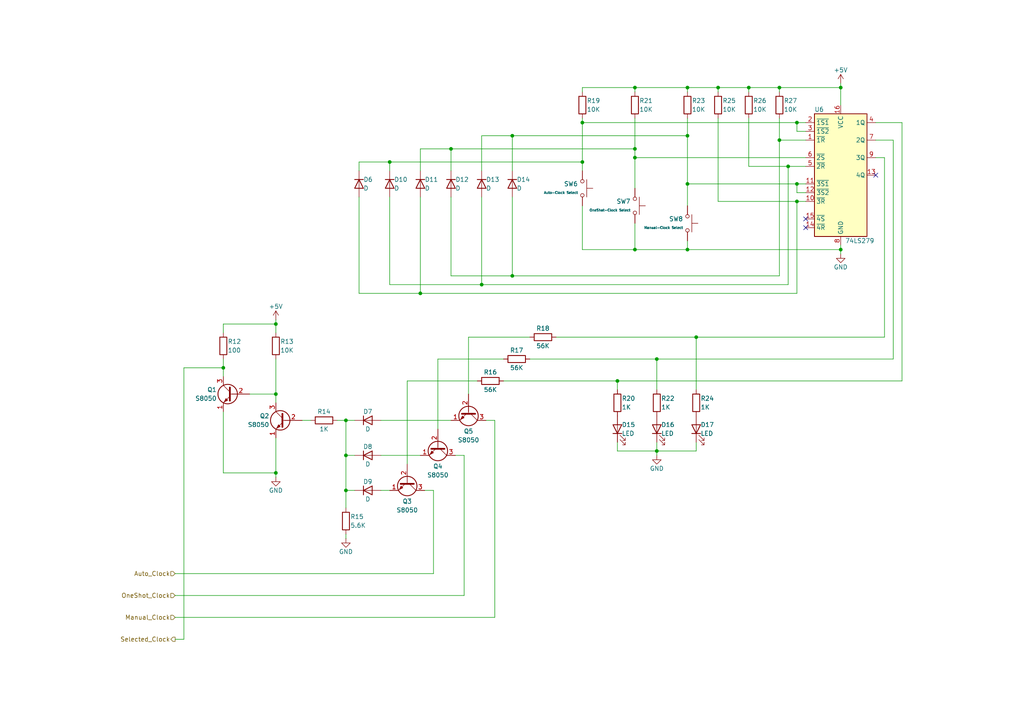
<source format=kicad_sch>
(kicad_sch (version 20231120) (generator "eeschema") (generator_version "8.0")
  (paper "A4")
  (title_block (title "8-Bit Computer - Clock Selector") (date "2024-03-10") (rev "1") (comment 1 "Creator: Matan Brightbert"))
  (lib_symbols
    (symbol "Custom:74LS279"
      (property "Reference" "U" (at -7.62 19.05 0))
      (property "Value" "74LS279" (at 1.27 -19.05 0))
      (symbol "74LS279_0_1"
        (rectangle (start -7.62 17.78) (end 7.62 -17.78) (stroke (width 0.254)) (fill (type background)))
      )
      (symbol "74LS279_1_1"
        (pin input line (at -10.16 10.16 0) (length 2.54) (name "~{1R}") (number "1"))
        (pin input line (at -10.16 -7.62 0) (length 2.54) (name "~{3R}") (number "10"))
        (pin input line (at -10.16 -2.54 0) (length 2.54) (name "~{3S1}") (number "11"))
        (pin input line (at -10.16 -5.08 0) (length 2.54) (name "~{3S2}") (number "12"))
        (pin output line (at 10.16 0 180) (length 2.54) (name "4Q") (number "13"))
        (pin input line (at -10.16 -15.24 0) (length 2.54) (name "~{4R}") (number "14"))
        (pin input line (at -10.16 -12.7 0) (length 2.54) (name "~{4S}") (number "15"))
        (pin power_in line (at 0 20.32 270) (length 2.54) (name "VCC") (number "16"))
        (pin input line (at -10.16 15.24 0) (length 2.54) (name "~{1S1}") (number "2"))
        (pin input line (at -10.16 12.7 0) (length 2.54) (name "~{1S2}") (number "3"))
        (pin output line (at 10.16 15.24 180) (length 2.54) (name "1Q") (number "4"))
        (pin input line (at -10.16 2.54 0) (length 2.54) (name "~{2R}") (number "5"))
        (pin input line (at -10.16 5.08 0) (length 2.54) (name "~{2S}") (number "6"))
        (pin output line (at 10.16 10.16 180) (length 2.54) (name "2Q") (number "7"))
        (pin power_in line (at 0 -20.32 90) (length 2.54) (name "GND") (number "8"))
        (pin output line (at 10.16 5.08 180) (length 2.54) (name "3Q") (number "9"))
      )
    )
    (symbol "Device:D" (pin_numbers hide) (pin_names (offset 1.016) hide)
      (property "Reference" "D" (at 0 2.54 0))
      (property "Value" "D" (at 0 -2.54 0))
      (symbol "D_0_1"
        (polyline (pts (xy -1.27 1.27) (xy -1.27 -1.27)) (stroke (width 0.254)))
        (polyline (pts (xy 1.27 0) (xy -1.27 0)))
        (polyline (pts (xy 1.27 1.27) (xy 1.27 -1.27) (xy -1.27 0) (xy 1.27 1.27)) (stroke (width 0.254)))
      )
      (symbol "D_1_1"
        (pin passive line (at -3.81 0 0) (length 2.54) (name "K") (number "1"))
        (pin passive line (at 3.81 0 180) (length 2.54) (name "A") (number "2"))
      )
    )
    (symbol "Device:LED" (pin_numbers hide) (pin_names (offset 1.016) hide)
      (property "Reference" "D" (at 0 2.54 0))
      (property "Value" "LED" (at 0 -2.54 0))
      (symbol "LED_0_1"
        (polyline (pts (xy -1.27 -1.27) (xy -1.27 1.27)) (stroke (width 0.254)))
        (polyline (pts (xy -1.27 0) (xy 1.27 0)))
        (polyline (pts (xy 1.27 -1.27) (xy 1.27 1.27) (xy -1.27 0) (xy 1.27 -1.27)) (stroke (width 0.254)))
        (polyline (pts (xy -3.048 -0.762) (xy -4.572 -2.286) (xy -3.81 -2.286) (xy -4.572 -2.286) (xy -4.572 -1.524)))
        (polyline (pts (xy -1.778 -0.762) (xy -3.302 -2.286) (xy -2.54 -2.286) (xy -3.302 -2.286) (xy -3.302 -1.524)))
      )
      (symbol "LED_1_1"
        (pin passive line (at -3.81 0 0) (length 2.54) (name "K") (number "1"))
        (pin passive line (at 3.81 0 180) (length 2.54) (name "A") (number "2"))
      )
    )
    (symbol "Device:R" (pin_numbers hide) (pin_names (offset 0))
      (property "Reference" "R" (at 2.032 0 90))
      (property "Value" "R" (at 0 0 90))
      (symbol "R_0_1"
        (rectangle (start -1.016 -2.54) (end 1.016 2.54) (stroke (width 0.254)))
      )
      (symbol "R_1_1"
        (pin passive line (at 0 3.81 270) (length 1.27) (name "~") (number "1"))
        (pin passive line (at 0 -3.81 90) (length 1.27) (name "~") (number "2"))
      )
    )
    (symbol "Switch:SW_Push" (pin_numbers hide) (pin_names (offset 1.016) hide)
      (property "Reference" "SW" (at 1.27 2.54 0))
      (property "Value" "SW_Push" (at 0 -1.524 0))
      (symbol "SW_Push_0_1"
        (circle (center -2.032 0) (radius 0.508))
        (polyline (pts (xy 0 1.27) (xy 0 3.048)))
        (polyline (pts (xy 2.54 1.27) (xy -2.54 1.27)))
        (circle (center 2.032 0) (radius 0.508))
        (pin passive line (at -5.08 0 0) (length 2.54) (name "1") (number "1"))
        (pin passive line (at 5.08 0 180) (length 2.54) (name "2") (number "2"))
      )
    )
    (symbol "Transistor_BJT:S8050" (pin_names (offset 0) hide)
      (property "Reference" "Q" (at 5.08 1.905 0))
      (property "Value" "S8050" (at 5.08 0 0))
      (symbol "S8050_0_1"
        (polyline (pts (xy 0 0) (xy 0.635 0)))
        (polyline (pts (xy 0.635 0.635) (xy 2.54 2.54)))
        (polyline (pts (xy 0.635 -0.635) (xy 2.54 -2.54) (xy 2.54 -2.54)))
        (polyline (pts (xy 0.635 1.905) (xy 0.635 -1.905) (xy 0.635 -1.905)) (stroke (width 0.508)))
        (polyline (pts (xy 1.27 -1.778) (xy 1.778 -1.27) (xy 2.286 -2.286) (xy 1.27 -1.778) (xy 1.27 -1.778)) (fill (type outline)))
        (circle (center 1.27 0) (radius 2.8194) (stroke (width 0.254)))
      )
      (symbol "S8050_1_1"
        (pin passive line (at 2.54 -5.08 90) (length 2.54) (name "E") (number "1"))
        (pin input line (at -5.08 0 0) (length 5.08) (name "B") (number "2"))
        (pin passive line (at 2.54 5.08 270) (length 2.54) (name "C") (number "3"))
      )
    )
    (symbol "power:+5V" (power) (pin_numbers hide) (pin_names (offset 0) hide)
      (property "Value" "+5V" (at 0 3.556 0))
      (symbol "+5V_0_1"
        (polyline (pts (xy -0.762 1.27) (xy 0 2.54)))
        (polyline (pts (xy 0 0) (xy 0 2.54)))
        (polyline (pts (xy 0 2.54) (xy 0.762 1.27)))
      )
      (symbol "+5V_1_1"
        (pin power_in line (at 0 0 90) (length 0) (name "~") (number "1"))
      )
    )
    (symbol "power:GND" (power) (pin_numbers hide) (pin_names (offset 0) hide)
      (property "Value" "GND" (at 0 -3.81 0))
      (symbol "GND_0_1"
        (polyline (pts (xy 0 0) (xy 0 -1.27) (xy 1.27 -1.27) (xy 0 -2.54) (xy -1.27 -1.27) (xy 0 -1.27)))
      )
      (symbol "GND_1_1"
        (pin power_in line (at 0 0 270) (length 0) (name "~") (number "1"))
      )
    )
  )
  (junction (at 243.84 72.39))
  (junction (at 243.84 25.4))
  (junction (at 184.15 43.18))
  (junction (at 100.33 142.24))
  (junction (at 226.06 40.64))
  (junction (at 148.59 80.01))
  (junction (at 199.39 39.37))
  (junction (at 231.14 58.42))
  (junction (at 100.33 121.92))
  (junction (at 231.14 35.56))
  (junction (at 208.28 25.4))
  (junction (at 139.7 82.55))
  (junction (at 217.17 25.4))
  (junction (at 199.39 53.34))
  (junction (at 184.15 72.39))
  (junction (at 228.6 48.26))
  (junction (at 226.06 25.4))
  (junction (at 113.03 46.99))
  (junction (at 80.01 93.98))
  (junction (at 184.15 45.72))
  (junction (at 190.5 104.14))
  (junction (at 100.33 132.08))
  (junction (at 168.91 46.99))
  (junction (at 201.93 97.79))
  (junction (at 179.07 110.49))
  (junction (at 121.92 85.09))
  (junction (at 80.01 114.3))
  (junction (at 80.01 137.16))
  (junction (at 64.77 106.68))
  (junction (at 199.39 25.4))
  (junction (at 168.91 35.56))
  (junction (at 130.81 43.18))
  (junction (at 199.39 72.39))
  (junction (at 190.5 130.81))
  (junction (at 231.14 53.34))
  (junction (at 148.59 39.37))
  (junction (at 184.15 25.4))
  (no_connect (at 254 50.8))
  (no_connect (at 233.68 63.5))
  (no_connect (at 233.68 66.04))
  (wire (pts (xy 104.14 85.09) (xy 104.14 57.15)))
  (wire (pts (xy 261.62 35.56) (xy 254 35.56)))
  (wire (pts (xy 179.07 110.49) (xy 261.62 110.49)))
  (wire (pts (xy 217.17 25.4) (xy 226.06 25.4)))
  (wire (pts (xy 118.11 110.49) (xy 118.11 134.62)))
  (wire (pts (xy 226.06 40.64) (xy 226.06 80.01)))
  (wire (pts (xy 50.8 185.42) (xy 53.34 185.42)))
  (wire (pts (xy 125.73 166.37) (xy 125.73 142.24)))
  (wire (pts (xy 228.6 48.26) (xy 217.17 48.26)))
  (wire (pts (xy 121.92 43.18) (xy 121.92 49.53)))
  (wire (pts (xy 256.54 97.79) (xy 256.54 45.72)))
  (wire (pts (xy 80.01 127) (xy 80.01 137.16)))
  (wire (pts (xy 100.33 142.24) (xy 100.33 147.32)))
  (wire (pts (xy 134.62 172.72) (xy 134.62 132.08)))
  (wire (pts (xy 199.39 25.4) (xy 208.28 25.4)))
  (wire (pts (xy 110.49 132.08) (xy 121.92 132.08)))
  (wire (pts (xy 208.28 58.42) (xy 208.28 34.29)))
  (wire (pts (xy 80.01 114.3) (xy 80.01 116.84)))
  (wire (pts (xy 231.14 58.42) (xy 208.28 58.42)))
  (wire (pts (xy 139.7 39.37) (xy 148.59 39.37)))
  (wire (pts (xy 184.15 72.39) (xy 199.39 72.39)))
  (wire (pts (xy 168.91 46.99) (xy 168.91 49.53)))
  (wire (pts (xy 231.14 53.34) (xy 231.14 55.88)))
  (wire (pts (xy 113.03 46.99) (xy 113.03 49.53)))
  (wire (pts (xy 104.14 46.99) (xy 113.03 46.99)))
  (wire (pts (xy 146.05 110.49) (xy 179.07 110.49)))
  (wire (pts (xy 148.59 80.01) (xy 226.06 80.01)))
  (wire (pts (xy 231.14 38.1) (xy 233.68 38.1)))
  (wire (pts (xy 130.81 43.18) (xy 130.81 49.53)))
  (wire (pts (xy 261.62 110.49) (xy 261.62 35.56)))
  (wire (pts (xy 80.01 104.14) (xy 80.01 114.3)))
  (wire (pts (xy 146.05 104.14) (xy 127 104.14)))
  (wire (pts (xy 184.15 34.29) (xy 184.15 43.18)))
  (wire (pts (xy 179.07 110.49) (xy 179.07 113.03)))
  (wire (pts (xy 233.68 58.42) (xy 231.14 58.42)))
  (wire (pts (xy 64.77 104.14) (xy 64.77 106.68)))
  (wire (pts (xy 199.39 53.34) (xy 231.14 53.34)))
  (wire (pts (xy 123.19 142.24) (xy 125.73 142.24)))
  (wire (pts (xy 130.81 80.01) (xy 148.59 80.01)))
  (wire (pts (xy 113.03 82.55) (xy 139.7 82.55)))
  (wire (pts (xy 110.49 142.24) (xy 113.03 142.24)))
  (wire (pts (xy 184.15 45.72) (xy 233.68 45.72)))
  (wire (pts (xy 161.29 97.79) (xy 201.93 97.79)))
  (wire (pts (xy 118.11 110.49) (xy 138.43 110.49)))
  (wire (pts (xy 184.15 45.72) (xy 184.15 54.61)))
  (wire (pts (xy 130.81 80.01) (xy 130.81 57.15)))
  (wire (pts (xy 72.39 114.3) (xy 80.01 114.3)))
  (wire (pts (xy 130.81 43.18) (xy 184.15 43.18)))
  (wire (pts (xy 168.91 25.4) (xy 168.91 26.67)))
  (wire (pts (xy 233.68 35.56) (xy 231.14 35.56)))
  (wire (pts (xy 184.15 25.4) (xy 199.39 25.4)))
  (wire (pts (xy 208.28 25.4) (xy 208.28 26.67)))
  (wire (pts (xy 243.84 73.66) (xy 243.84 72.39)))
  (wire (pts (xy 64.77 119.38) (xy 64.77 137.16)))
  (wire (pts (xy 53.34 106.68) (xy 53.34 185.42)))
  (wire (pts (xy 102.87 142.24) (xy 100.33 142.24)))
  (wire (pts (xy 233.68 48.26) (xy 228.6 48.26)))
  (wire (pts (xy 231.14 35.56) (xy 231.14 38.1)))
  (wire (pts (xy 148.59 49.53) (xy 148.59 39.37)))
  (wire (pts (xy 190.5 130.81) (xy 201.93 130.81)))
  (wire (pts (xy 199.39 39.37) (xy 199.39 53.34)))
  (wire (pts (xy 199.39 72.39) (xy 243.84 72.39)))
  (wire (pts (xy 184.15 64.77) (xy 184.15 72.39)))
  (wire (pts (xy 199.39 25.4) (xy 199.39 26.67)))
  (wire (pts (xy 64.77 106.68) (xy 64.77 109.22)))
  (wire (pts (xy 179.07 128.27) (xy 179.07 130.81)))
  (wire (pts (xy 217.17 48.26) (xy 217.17 34.29)))
  (wire (pts (xy 190.5 132.08) (xy 190.5 130.81)))
  (wire (pts (xy 104.14 46.99) (xy 104.14 49.53)))
  (wire (pts (xy 184.15 43.18) (xy 184.15 45.72)))
  (wire (pts (xy 243.84 25.4) (xy 243.84 30.48)))
  (wire (pts (xy 190.5 104.14) (xy 259.08 104.14)))
  (wire (pts (xy 100.33 154.94) (xy 100.33 156.21)))
  (wire (pts (xy 168.91 59.69) (xy 168.91 72.39)))
  (wire (pts (xy 64.77 93.98) (xy 80.01 93.98)))
  (wire (pts (xy 168.91 25.4) (xy 184.15 25.4)))
  (wire (pts (xy 113.03 82.55) (xy 113.03 57.15)))
  (wire (pts (xy 226.06 25.4) (xy 243.84 25.4)))
  (wire (pts (xy 201.93 128.27) (xy 201.93 130.81)))
  (wire (pts (xy 110.49 121.92) (xy 130.81 121.92)))
  (wire (pts (xy 199.39 69.85) (xy 199.39 72.39)))
  (wire (pts (xy 233.68 40.64) (xy 226.06 40.64)))
  (wire (pts (xy 231.14 58.42) (xy 231.14 85.09)))
  (wire (pts (xy 50.8 172.72) (xy 134.62 172.72)))
  (wire (pts (xy 179.07 130.81) (xy 190.5 130.81)))
  (wire (pts (xy 80.01 93.98) (xy 80.01 96.52)))
  (wire (pts (xy 201.93 97.79) (xy 201.93 113.03)))
  (wire (pts (xy 140.97 121.92) (xy 143.51 121.92)))
  (wire (pts (xy 217.17 25.4) (xy 217.17 26.67)))
  (wire (pts (xy 100.33 132.08) (xy 100.33 142.24)))
  (wire (pts (xy 80.01 92.71) (xy 80.01 93.98)))
  (wire (pts (xy 199.39 34.29) (xy 199.39 39.37)))
  (wire (pts (xy 168.91 72.39) (xy 184.15 72.39)))
  (wire (pts (xy 139.7 82.55) (xy 139.7 57.15)))
  (wire (pts (xy 243.84 24.13) (xy 243.84 25.4)))
  (wire (pts (xy 53.34 106.68) (xy 64.77 106.68)))
  (wire (pts (xy 148.59 39.37) (xy 199.39 39.37)))
  (wire (pts (xy 87.63 121.92) (xy 90.17 121.92)))
  (wire (pts (xy 190.5 128.27) (xy 190.5 130.81)))
  (wire (pts (xy 104.14 85.09) (xy 121.92 85.09)))
  (wire (pts (xy 168.91 35.56) (xy 168.91 46.99)))
  (wire (pts (xy 201.93 97.79) (xy 256.54 97.79)))
  (wire (pts (xy 139.7 49.53) (xy 139.7 39.37)))
  (wire (pts (xy 132.08 132.08) (xy 134.62 132.08)))
  (wire (pts (xy 184.15 25.4) (xy 184.15 26.67)))
  (wire (pts (xy 97.79 121.92) (xy 100.33 121.92)))
  (wire (pts (xy 243.84 72.39) (xy 243.84 71.12)))
  (wire (pts (xy 127 104.14) (xy 127 124.46)))
  (wire (pts (xy 135.89 97.79) (xy 153.67 97.79)))
  (wire (pts (xy 254 40.64) (xy 259.08 40.64)))
  (wire (pts (xy 143.51 179.07) (xy 143.51 121.92)))
  (wire (pts (xy 168.91 34.29) (xy 168.91 35.56)))
  (wire (pts (xy 233.68 53.34) (xy 231.14 53.34)))
  (wire (pts (xy 231.14 55.88) (xy 233.68 55.88)))
  (wire (pts (xy 64.77 137.16) (xy 80.01 137.16)))
  (wire (pts (xy 100.33 121.92) (xy 100.33 132.08)))
  (wire (pts (xy 139.7 82.55) (xy 228.6 82.55)))
  (wire (pts (xy 226.06 25.4) (xy 226.06 26.67)))
  (wire (pts (xy 231.14 35.56) (xy 168.91 35.56)))
  (wire (pts (xy 259.08 40.64) (xy 259.08 104.14)))
  (wire (pts (xy 121.92 85.09) (xy 231.14 85.09)))
  (wire (pts (xy 228.6 48.26) (xy 228.6 82.55)))
  (wire (pts (xy 208.28 25.4) (xy 217.17 25.4)))
  (wire (pts (xy 100.33 132.08) (xy 102.87 132.08)))
  (wire (pts (xy 113.03 46.99) (xy 168.91 46.99)))
  (wire (pts (xy 190.5 104.14) (xy 190.5 113.03)))
  (wire (pts (xy 148.59 80.01) (xy 148.59 57.15)))
  (wire (pts (xy 153.67 104.14) (xy 190.5 104.14)))
  (wire (pts (xy 135.89 97.79) (xy 135.89 114.3)))
  (wire (pts (xy 64.77 96.52) (xy 64.77 93.98)))
  (wire (pts (xy 50.8 166.37) (xy 125.73 166.37)))
  (wire (pts (xy 50.8 179.07) (xy 143.51 179.07)))
  (wire (pts (xy 199.39 59.69) (xy 199.39 53.34)))
  (wire (pts (xy 80.01 137.16) (xy 80.01 138.43)))
  (wire (pts (xy 121.92 43.18) (xy 130.81 43.18)))
  (wire (pts (xy 256.54 45.72) (xy 254 45.72)))
  (wire (pts (xy 226.06 34.29) (xy 226.06 40.64)))
  (wire (pts (xy 100.33 121.92) (xy 102.87 121.92)))
  (wire (pts (xy 121.92 85.09) (xy 121.92 57.15)))
  (hierarchical_label "Manual_Clock" (shape input) (at 50.8 179.07 180))
  (hierarchical_label "Selected_Clock" (shape output) (at 50.8 185.42 180))
  (hierarchical_label "Auto_Clock" (shape input) (at 50.8 166.37 180))
  (hierarchical_label "OneShot_Clock" (shape input) (at 50.8 172.72 180))
  (symbol (lib_id "power:GND") (at 190.5 132.08 0) (unit 1)
    (property "Reference" "#PWR015" (effects (hide yes)))
    (property "Value" "GND" (at 190.5 135.89 0))
    (property "Description" "Power symbol creates a global label with name \"GND\" , ground" (effects (hide yes)))
  )
  (symbol (lib_id "Device:R") (at 64.77 100.33 0) (unit 1)
    (property "Reference" "R12" (at 66.04 99.06 0) (effects (justify left)))
    (property "Value" "100" (at 66.04 101.6 0) (effects (justify left)))
    (property "Footprint" "Resistor_THT:R_Axial_DIN0207_L6.3mm_D2.5mm_P7.62mm_Horizontal" (effects (hide yes)))
    (property "Description" "Resistor" (effects (hide yes)))
  )
  (symbol (lib_id "power:+5V") (at 243.84 24.13 0) (unit 1)
    (property "Reference" "#PWR016" (effects (hide yes)))
    (property "Value" "+5V" (at 243.84 20.32 0))
    (property "Description" "Power symbol creates a global label with name \"+5V\"" (effects (hide yes)))
  )
  (symbol (lib_id "Transistor_BJT:S8050") (at 82.55 121.92 0) (mirror y) (unit 1)
    (property "Reference" "Q2" (at 78.105 120.65 0) (effects (justify left)))
    (property "Value" "S8050" (at 78.105 123.19 0) (effects (justify left)))
    (property "Footprint" "Package_TO_SOT_THT:TO-92_Inline" (effects (hide yes)))
    (property "Datasheet" "http://www.unisonic.com.tw/datasheet/S8050.pdf" (effects (hide yes)))
    (property "Description" "0.7A Ic, 20V Vce, Low Voltage High Current NPN Transistor, TO-92" (effects (hide yes)))
  )
  (symbol (lib_id "Device:R") (at 208.28 30.48 0) (unit 1)
    (property "Reference" "R25" (at 209.55 29.21 0) (effects (justify left)))
    (property "Value" "10K" (at 209.55 31.75 0) (effects (justify left)))
    (property "Footprint" "Resistor_THT:R_Axial_DIN0207_L6.3mm_D2.5mm_P7.62mm_Horizontal" (effects (hide yes)))
    (property "Description" "Resistor" (effects (hide yes)))
  )
  (symbol (lib_id "Device:R") (at 93.98 121.92 90) (unit 1)
    (property "Reference" "R14" (at 93.98 119.38 90))
    (property "Value" "1K" (at 93.98 124.46 90))
    (property "Footprint" "Resistor_THT:R_Axial_DIN0207_L6.3mm_D2.5mm_P7.62mm_Horizontal" (effects (hide yes)))
    (property "Description" "Resistor" (effects (hide yes)))
  )
  (symbol (lib_id "Device:R") (at 199.39 30.48 0) (unit 1)
    (property "Reference" "R23" (at 200.66 29.21 0) (effects (justify left)))
    (property "Value" "10K" (at 200.66 31.75 0) (effects (justify left)))
    (property "Footprint" "Resistor_THT:R_Axial_DIN0207_L6.3mm_D2.5mm_P7.62mm_Horizontal" (effects (hide yes)))
    (property "Description" "Resistor" (effects (hide yes)))
  )
  (symbol (lib_id "Device:R") (at 168.91 30.48 0) (unit 1)
    (property "Reference" "R19" (at 170.18 29.21 0) (effects (justify left)))
    (property "Value" "10K" (at 170.18 31.75 0) (effects (justify left)))
    (property "Footprint" "Resistor_THT:R_Axial_DIN0207_L6.3mm_D2.5mm_P7.62mm_Horizontal" (effects (hide yes)))
    (property "Description" "Resistor" (effects (hide yes)))
  )
  (symbol (lib_id "Switch:SW_Push") (at 199.39 64.77 270) (mirror x) (unit 1)
    (property "Reference" "SW8" (at 198.12 63.5 90) (effects (justify right)))
    (property "Value" "Manual-Clock Select" (at 198.12 66.04 90) (effects (font (size 0.7 0.7)) (justify right)))
    (property "Footprint" "Button_Switch_THT:SW_PUSH_6mm_H5mm" (effects (hide yes)))
    (property "Description" "Push button switch, generic, two pins" (effects (hide yes)))
  )
  (symbol (lib_id "Switch:SW_Push") (at 184.15 59.69 270) (mirror x) (unit 1)
    (property "Reference" "SW7" (at 182.88 58.42 90) (effects (justify right)))
    (property "Value" "OneShot-Clock Select" (at 182.88 60.96 90) (effects (font (size 0.7 0.7)) (justify right)))
    (property "Footprint" "Button_Switch_THT:SW_PUSH_6mm_H5mm" (effects (hide yes)))
    (property "Description" "Push button switch, generic, two pins" (effects (hide yes)))
  )
  (symbol (lib_id "Device:D") (at 113.03 53.34 270) (unit 1)
    (property "Reference" "D10" (at 114.3 52.07 90) (effects (justify left)))
    (property "Value" "D" (at 114.3 54.61 90) (effects (justify left)))
    (property "Footprint" "Diode_THT:D_DO-34_SOD68_P7.62mm_Horizontal" (effects (hide yes)))
    (property "Description" "Diode" (effects (hide yes)))
    (property "Sim.Device" "D" (effects (hide yes)))
    (property "Sim.Pins" "1=K 2=A" (effects (hide yes)))
  )
  (symbol (lib_id "Transistor_BJT:S8050") (at 67.31 114.3 0) (mirror y) (unit 1)
    (property "Reference" "Q1" (at 62.865 113.03 0) (effects (justify left)))
    (property "Value" "S8050" (at 62.865 115.57 0) (effects (justify left)))
    (property "Footprint" "Package_TO_SOT_THT:TO-92_Inline" (effects (hide yes)))
    (property "Datasheet" "http://www.unisonic.com.tw/datasheet/S8050.pdf" (effects (hide yes)))
    (property "Description" "0.7A Ic, 20V Vce, Low Voltage High Current NPN Transistor, TO-92" (effects (hide yes)))
  )
  (symbol (lib_id "Custom:74LS279") (at 243.84 50.8 0) (unit 1)
    (property "Reference" "U6" (at 236.22 31.75 0) (effects (justify left)))
    (property "Value" "74LS279" (at 245.11 69.85 0) (effects (justify left)))
    (property "Footprint" "Package_DIP:DIP-16_W7.62mm" (effects (hide yes)))
  )
  (symbol (lib_id "power:GND") (at 243.84 73.66 0) (unit 1)
    (property "Reference" "#PWR017" (effects (hide yes)))
    (property "Value" "GND" (at 243.84 77.47 0))
    (property "Description" "Power symbol creates a global label with name \"GND\" , ground" (effects (hide yes)))
  )
  (symbol (lib_id "Device:R") (at 142.24 110.49 90) (unit 1)
    (property "Reference" "R16" (at 142.24 107.95 90))
    (property "Value" "56K" (at 142.24 113.03 90))
    (property "Footprint" "Resistor_THT:R_Axial_DIN0207_L6.3mm_D2.5mm_P7.62mm_Horizontal" (effects (hide yes)))
    (property "Description" "Resistor" (effects (hide yes)))
  )
  (symbol (lib_id "Transistor_BJT:S8050") (at 127 129.54 270) (unit 1)
    (property "Reference" "Q4" (at 127 135.255 90))
    (property "Value" "S8050" (at 127 137.795 90))
    (property "Footprint" "Package_TO_SOT_THT:TO-92_Inline" (effects (hide yes)))
    (property "Datasheet" "http://www.unisonic.com.tw/datasheet/S8050.pdf" (effects (hide yes)))
    (property "Description" "0.7A Ic, 20V Vce, Low Voltage High Current NPN Transistor, TO-92" (effects (hide yes)))
  )
  (symbol (lib_id "power:+5V") (at 80.01 92.71 0) (unit 1)
    (property "Reference" "#PWR012" (effects (hide yes)))
    (property "Value" "+5V" (at 80.01 88.9 0))
    (property "Description" "Power symbol creates a global label with name \"+5V\"" (effects (hide yes)))
  )
  (symbol (lib_id "Device:R") (at 149.86 104.14 90) (unit 1)
    (property "Reference" "R17" (at 149.86 101.6 90))
    (property "Value" "56K" (at 149.86 106.68 90))
    (property "Footprint" "Resistor_THT:R_Axial_DIN0207_L6.3mm_D2.5mm_P7.62mm_Horizontal" (effects (hide yes)))
    (property "Description" "Resistor" (effects (hide yes)))
  )
  (symbol (lib_id "Device:D") (at 106.68 121.92 0) (unit 1)
    (property "Reference" "D7" (at 106.68 119.38 0))
    (property "Value" "D" (at 106.68 124.46 0))
    (property "Footprint" "Diode_THT:D_DO-34_SOD68_P7.62mm_Horizontal" (effects (hide yes)))
    (property "Description" "Diode" (effects (hide yes)))
    (property "Sim.Device" "D" (effects (hide yes)))
    (property "Sim.Pins" "1=K 2=A" (effects (hide yes)))
  )
  (symbol (lib_id "Device:D") (at 148.59 53.34 270) (unit 1)
    (property "Reference" "D14" (at 149.86 52.07 90) (effects (justify left)))
    (property "Value" "D" (at 149.86 54.61 90) (effects (justify left)))
    (property "Footprint" "Diode_THT:D_DO-34_SOD68_P7.62mm_Horizontal" (effects (hide yes)))
    (property "Description" "Diode" (effects (hide yes)))
    (property "Sim.Device" "D" (effects (hide yes)))
    (property "Sim.Pins" "1=K 2=A" (effects (hide yes)))
  )
  (symbol (lib_id "Device:D") (at 130.81 53.34 270) (unit 1)
    (property "Reference" "D12" (at 132.08 52.07 90) (effects (justify left)))
    (property "Value" "D" (at 132.08 54.61 90) (effects (justify left)))
    (property "Footprint" "Diode_THT:D_DO-34_SOD68_P7.62mm_Horizontal" (effects (hide yes)))
    (property "Description" "Diode" (effects (hide yes)))
    (property "Sim.Device" "D" (effects (hide yes)))
    (property "Sim.Pins" "1=K 2=A" (effects (hide yes)))
  )
  (symbol (lib_id "Device:R") (at 184.15 30.48 0) (unit 1)
    (property "Reference" "R21" (at 185.42 29.21 0) (effects (justify left)))
    (property "Value" "10K" (at 185.42 31.75 0) (effects (justify left)))
    (property "Footprint" "Resistor_THT:R_Axial_DIN0207_L6.3mm_D2.5mm_P7.62mm_Horizontal" (effects (hide yes)))
    (property "Description" "Resistor" (effects (hide yes)))
  )
  (symbol (lib_id "Device:LED") (at 190.5 124.46 90) (unit 1)
    (property "Reference" "D16" (at 191.77 123.19 90) (effects (justify right)))
    (property "Value" "LED" (at 191.77 125.73 90) (effects (justify right)))
    (property "Footprint" "LED_THT:LED_D3.0mm" (effects (hide yes)))
    (property "Description" "Light emitting diode" (effects (hide yes)))
  )
  (symbol (lib_id "Device:D") (at 106.68 132.08 0) (unit 1)
    (property "Reference" "D8" (at 106.68 129.54 0))
    (property "Value" "D" (at 106.68 134.62 0))
    (property "Footprint" "Diode_THT:D_DO-34_SOD68_P7.62mm_Horizontal" (effects (hide yes)))
    (property "Description" "Diode" (effects (hide yes)))
    (property "Sim.Device" "D" (effects (hide yes)))
    (property "Sim.Pins" "1=K 2=A" (effects (hide yes)))
  )
  (symbol (lib_id "Device:R") (at 179.07 116.84 0) (unit 1)
    (property "Reference" "R20" (at 180.34 115.57 0) (effects (justify left)))
    (property "Value" "1K" (at 180.34 118.11 0) (effects (justify left)))
    (property "Footprint" "Resistor_THT:R_Axial_DIN0207_L6.3mm_D2.5mm_P7.62mm_Horizontal" (effects (hide yes)))
    (property "Description" "Resistor" (effects (hide yes)))
  )
  (symbol (lib_id "Transistor_BJT:S8050") (at 118.11 139.7 270) (unit 1)
    (property "Reference" "Q3" (at 118.11 145.415 90))
    (property "Value" "S8050" (at 118.11 147.955 90))
    (property "Footprint" "Package_TO_SOT_THT:TO-92_Inline" (effects (hide yes)))
    (property "Datasheet" "http://www.unisonic.com.tw/datasheet/S8050.pdf" (effects (hide yes)))
    (property "Description" "0.7A Ic, 20V Vce, Low Voltage High Current NPN Transistor, TO-92" (effects (hide yes)))
  )
  (symbol (lib_id "Transistor_BJT:S8050") (at 135.89 119.38 270) (unit 1)
    (property "Reference" "Q5" (at 135.89 125.095 90))
    (property "Value" "S8050" (at 135.89 127.635 90))
    (property "Footprint" "Package_TO_SOT_THT:TO-92_Inline" (effects (hide yes)))
    (property "Datasheet" "http://www.unisonic.com.tw/datasheet/S8050.pdf" (effects (hide yes)))
    (property "Description" "0.7A Ic, 20V Vce, Low Voltage High Current NPN Transistor, TO-92" (effects (hide yes)))
  )
  (symbol (lib_id "Device:LED") (at 179.07 124.46 90) (unit 1)
    (property "Reference" "D15" (at 180.34 123.19 90) (effects (justify right)))
    (property "Value" "LED" (at 180.34 125.73 90) (effects (justify right)))
    (property "Footprint" "LED_THT:LED_D3.0mm" (effects (hide yes)))
    (property "Description" "Light emitting diode" (effects (hide yes)))
  )
  (symbol (lib_id "Device:D") (at 104.14 53.34 270) (unit 1)
    (property "Reference" "D6" (at 105.41 52.07 90) (effects (justify left)))
    (property "Value" "D" (at 105.41 54.61 90) (effects (justify left)))
    (property "Footprint" "Diode_THT:D_DO-34_SOD68_P7.62mm_Horizontal" (effects (hide yes)))
    (property "Description" "Diode" (effects (hide yes)))
    (property "Sim.Device" "D" (effects (hide yes)))
    (property "Sim.Pins" "1=K 2=A" (effects (hide yes)))
  )
  (symbol (lib_id "power:GND") (at 80.01 138.43 0) (unit 1)
    (property "Reference" "#PWR013" (effects (hide yes)))
    (property "Value" "GND" (at 80.01 142.24 0))
    (property "Description" "Power symbol creates a global label with name \"GND\" , ground" (effects (hide yes)))
  )
  (symbol (lib_id "Device:R") (at 80.01 100.33 0) (unit 1)
    (property "Reference" "R13" (at 81.28 99.06 0) (effects (justify left)))
    (property "Value" "10K" (at 81.28 101.6 0) (effects (justify left)))
    (property "Footprint" "Resistor_THT:R_Axial_DIN0207_L6.3mm_D2.5mm_P7.62mm_Horizontal" (effects (hide yes)))
    (property "Description" "Resistor" (effects (hide yes)))
  )
  (symbol (lib_id "Device:D") (at 121.92 53.34 270) (unit 1)
    (property "Reference" "D11" (at 123.19 52.07 90) (effects (justify left)))
    (property "Value" "D" (at 123.19 54.61 90) (effects (justify left)))
    (property "Footprint" "Diode_THT:D_DO-34_SOD68_P7.62mm_Horizontal" (effects (hide yes)))
    (property "Description" "Diode" (effects (hide yes)))
    (property "Sim.Device" "D" (effects (hide yes)))
    (property "Sim.Pins" "1=K 2=A" (effects (hide yes)))
  )
  (symbol (lib_id "Device:LED") (at 201.93 124.46 90) (unit 1)
    (property "Reference" "D17" (at 203.2 123.19 90) (effects (justify right)))
    (property "Value" "LED" (at 203.2 125.73 90) (effects (justify right)))
    (property "Footprint" "LED_THT:LED_D3.0mm" (effects (hide yes)))
    (property "Description" "Light emitting diode" (effects (hide yes)))
  )
  (symbol (lib_id "Switch:SW_Push") (at 168.91 54.61 270) (mirror x) (unit 1)
    (property "Reference" "SW6" (at 167.64 53.34 90) (effects (justify right)))
    (property "Value" "Auto-Clock Select" (at 167.64 55.88 90) (effects (font (size 0.7 0.7)) (justify right)))
    (property "Footprint" "Button_Switch_THT:SW_PUSH_6mm_H5mm" (effects (hide yes)))
    (property "Description" "Push button switch, generic, two pins" (effects (hide yes)))
  )
  (symbol (lib_id "Device:R") (at 190.5 116.84 0) (unit 1)
    (property "Reference" "R22" (at 191.77 115.57 0) (effects (justify left)))
    (property "Value" "1K" (at 191.77 118.11 0) (effects (justify left)))
    (property "Footprint" "Resistor_THT:R_Axial_DIN0207_L6.3mm_D2.5mm_P7.62mm_Horizontal" (effects (hide yes)))
    (property "Description" "Resistor" (effects (hide yes)))
  )
  (symbol (lib_id "Device:R") (at 157.48 97.79 90) (unit 1)
    (property "Reference" "R18" (at 157.48 95.25 90))
    (property "Value" "56K" (at 157.48 100.33 90))
    (property "Footprint" "Resistor_THT:R_Axial_DIN0207_L6.3mm_D2.5mm_P7.62mm_Horizontal" (effects (hide yes)))
    (property "Description" "Resistor" (effects (hide yes)))
  )
  (symbol (lib_id "Device:D") (at 106.68 142.24 0) (unit 1)
    (property "Reference" "D9" (at 106.68 139.7 0))
    (property "Value" "D" (at 106.68 144.78 0))
    (property "Footprint" "Diode_THT:D_DO-34_SOD68_P7.62mm_Horizontal" (effects (hide yes)))
    (property "Description" "Diode" (effects (hide yes)))
    (property "Sim.Device" "D" (effects (hide yes)))
    (property "Sim.Pins" "1=K 2=A" (effects (hide yes)))
  )
  (symbol (lib_id "Device:R") (at 201.93 116.84 0) (unit 1)
    (property "Reference" "R24" (at 203.2 115.57 0) (effects (justify left)))
    (property "Value" "1K" (at 203.2 118.11 0) (effects (justify left)))
    (property "Footprint" "Resistor_THT:R_Axial_DIN0207_L6.3mm_D2.5mm_P7.62mm_Horizontal" (effects (hide yes)))
    (property "Description" "Resistor" (effects (hide yes)))
  )
  (symbol (lib_id "Device:R") (at 100.33 151.13 0) (unit 1)
    (property "Reference" "R15" (at 101.6 149.86 0) (effects (justify left)))
    (property "Value" "5.6K" (at 101.6 152.4 0) (effects (justify left)))
    (property "Footprint" "Resistor_THT:R_Axial_DIN0207_L6.3mm_D2.5mm_P7.62mm_Horizontal" (effects (hide yes)))
    (property "Description" "Resistor" (effects (hide yes)))
  )
  (symbol (lib_id "Device:D") (at 139.7 53.34 270) (unit 1)
    (property "Reference" "D13" (at 140.97 52.07 90) (effects (justify left)))
    (property "Value" "D" (at 140.97 54.61 90) (effects (justify left)))
    (property "Footprint" "Diode_THT:D_DO-34_SOD68_P7.62mm_Horizontal" (effects (hide yes)))
    (property "Description" "Diode" (effects (hide yes)))
    (property "Sim.Device" "D" (effects (hide yes)))
    (property "Sim.Pins" "1=K 2=A" (effects (hide yes)))
  )
  (symbol (lib_id "power:GND") (at 100.33 156.21 0) (unit 1)
    (property "Reference" "#PWR014" (effects (hide yes)))
    (property "Value" "GND" (at 100.33 160.02 0))
    (property "Description" "Power symbol creates a global label with name \"GND\" , ground" (effects (hide yes)))
  )
  (symbol (lib_id "Device:R") (at 226.06 30.48 0) (unit 1)
    (property "Reference" "R27" (at 227.33 29.21 0) (effects (justify left)))
    (property "Value" "10K" (at 227.33 31.75 0) (effects (justify left)))
    (property "Footprint" "Resistor_THT:R_Axial_DIN0207_L6.3mm_D2.5mm_P7.62mm_Horizontal" (effects (hide yes)))
    (property "Description" "Resistor" (effects (hide yes)))
  )
  (symbol (lib_id "Device:R") (at 217.17 30.48 0) (unit 1)
    (property "Reference" "R26" (at 218.44 29.21 0) (effects (justify left)))
    (property "Value" "10K" (at 218.44 31.75 0) (effects (justify left)))
    (property "Footprint" "Resistor_THT:R_Axial_DIN0207_L6.3mm_D2.5mm_P7.62mm_Horizontal" (effects (hide yes)))
    (property "Description" "Resistor" (effects (hide yes)))
  )
)
</source>
